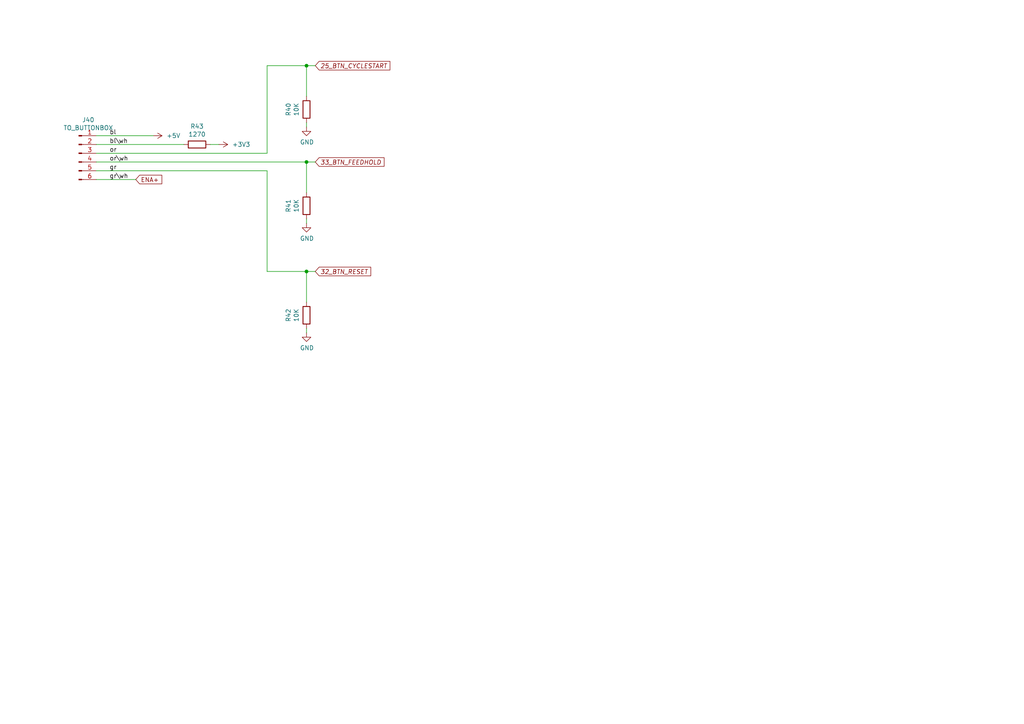
<source format=kicad_sch>
(kicad_sch (version 20211123) (generator eeschema)
  (paper "A4")
  (lib_symbols
    (symbol "Connector:Conn_01x06_Male" (pin_names (offset 1.016) hide)
      (property "Reference" "J" (at 0 7.62 0))
      (property "Value" "Conn_01x06_Male" (at 0 -10.16 0))
      (symbol "Conn_01x06_Male_1_1"
        (polyline (pts (xy 1.27 -7.62) (xy 0.8636 -7.62)) (stroke (width 0.1524)))
        (polyline (pts (xy 1.27 -5.08) (xy 0.8636 -5.08)) (stroke (width 0.1524)))
        (polyline (pts (xy 1.27 -2.54) (xy 0.8636 -2.54)) (stroke (width 0.1524)))
        (polyline (pts (xy 1.27 0) (xy 0.8636 0)) (stroke (width 0.1524)))
        (polyline (pts (xy 1.27 2.54) (xy 0.8636 2.54)) (stroke (width 0.1524)))
        (polyline (pts (xy 1.27 5.08) (xy 0.8636 5.08)) (stroke (width 0.1524)))
        (rectangle (start 0.8636 -7.493) (end 0 -7.747) (stroke (width 0.1524)) (fill (type outline)))
        (rectangle (start 0.8636 -4.953) (end 0 -5.207) (stroke (width 0.1524)) (fill (type outline)))
        (rectangle (start 0.8636 -2.413) (end 0 -2.667) (stroke (width 0.1524)) (fill (type outline)))
        (rectangle (start 0.8636 0.127) (end 0 -0.127) (stroke (width 0.1524)) (fill (type outline)))
        (rectangle (start 0.8636 2.667) (end 0 2.413) (stroke (width 0.1524)) (fill (type outline)))
        (rectangle (start 0.8636 5.207) (end 0 4.953) (stroke (width 0.1524)) (fill (type outline)))
        (pin passive line (at 5.08 5.08 180) (length 3.81) (name "Pin_1") (number "1"))
        (pin passive line (at 5.08 2.54 180) (length 3.81) (name "Pin_2") (number "2"))
        (pin passive line (at 5.08 0 180) (length 3.81) (name "Pin_3") (number "3"))
        (pin passive line (at 5.08 -2.54 180) (length 3.81) (name "Pin_4") (number "4"))
        (pin passive line (at 5.08 -5.08 180) (length 3.81) (name "Pin_5") (number "5"))
        (pin passive line (at 5.08 -7.62 180) (length 3.81) (name "Pin_6") (number "6"))
      )
    )
    (symbol "Device:R" (pin_numbers hide) (pin_names (offset 0))
      (property "Reference" "R" (at 2.032 0 90))
      (property "Value" "R" (at 0 0 90))
      (symbol "R_0_1"
        (rectangle (start -1.016 -2.54) (end 1.016 2.54) (stroke (width 0.254)))
      )
      (symbol "R_1_1"
        (pin passive line (at 0 3.81 270) (length 1.27) (name "~") (number "1"))
        (pin passive line (at 0 -3.81 90) (length 1.27) (name "~") (number "2"))
      )
    )
    (symbol "cncBord4sdo-rescue:+3.3V-power" (power) (pin_names (offset 0))
      (property "Value" "+3.3V-power" (at 0 3.556 0))
      (symbol "+3.3V-power_0_1"
        (polyline (pts (xy -0.762 1.27) (xy 0 2.54)))
        (polyline (pts (xy 0 0) (xy 0 2.54)))
        (polyline (pts (xy 0 2.54) (xy 0.762 1.27)))
      )
      (symbol "+3.3V-power_1_1"
        (pin power_in line (at 0 0 90) (length 0) hide (name "+3V3") (number "1"))
      )
    )
    (symbol "power:+5V" (power) (pin_names (offset 0))
      (property "Value" "+5V" (at 0 3.556 0))
      (symbol "+5V_0_1"
        (polyline (pts (xy -0.762 1.27) (xy 0 2.54)))
        (polyline (pts (xy 0 0) (xy 0 2.54)))
        (polyline (pts (xy 0 2.54) (xy 0.762 1.27)))
      )
      (symbol "+5V_1_1"
        (pin power_in line (at 0 0 90) (length 0) hide (name "+5V") (number "1"))
      )
    )
    (symbol "power:GND" (power) (pin_names (offset 0))
      (property "Value" "GND" (at 0 -3.81 0))
      (symbol "GND_0_1"
        (polyline (pts (xy 0 0) (xy 0 -1.27) (xy 1.27 -1.27) (xy 0 -2.54) (xy -1.27 -1.27) (xy 0 -1.27)))
      )
      (symbol "GND_1_1"
        (pin power_in line (at 0 0 270) (length 0) hide (name "GND") (number "1"))
      )
    )
  )
  (junction (at 88.9 78.74))
  (junction (at 88.9 19.05))
  (junction (at 88.9 46.99))
  (wire (pts (xy 88.9 46.99) (xy 91.44 46.99)))
  (wire (pts (xy 27.94 46.99) (xy 88.9 46.99)))
  (wire (pts (xy 88.9 55.88) (xy 88.9 46.99)))
  (wire (pts (xy 27.94 44.45) (xy 77.47 44.45)))
  (wire (pts (xy 77.47 19.05) (xy 77.47 44.45)))
  (wire (pts (xy 63.5 41.91) (xy 60.96 41.91)))
  (wire (pts (xy 27.94 52.07) (xy 39.37 52.07)))
  (wire (pts (xy 88.9 64.77) (xy 88.9 63.5)))
  (wire (pts (xy 88.9 19.05) (xy 77.47 19.05)))
  (wire (pts (xy 27.94 41.91) (xy 53.34 41.91)))
  (wire (pts (xy 77.47 49.53) (xy 77.47 78.74)))
  (wire (pts (xy 88.9 78.74) (xy 91.44 78.74)))
  (wire (pts (xy 88.9 87.63) (xy 88.9 78.74)))
  (wire (pts (xy 27.94 49.53) (xy 77.47 49.53)))
  (wire (pts (xy 88.9 19.05) (xy 91.44 19.05)))
  (wire (pts (xy 88.9 27.94) (xy 88.9 19.05)))
  (wire (pts (xy 27.94 39.37) (xy 44.45 39.37)))
  (wire (pts (xy 88.9 36.83) (xy 88.9 35.56)))
  (wire (pts (xy 77.47 78.74) (xy 88.9 78.74)))
  (wire (pts (xy 88.9 96.52) (xy 88.9 95.25)))
  (label "or\\wh" (at 31.75 46.99 0))
  (label "or" (at 31.75 44.45 0))
  (label "gr\\wh" (at 31.75 52.07 0))
  (label "gr" (at 31.75 49.53 0))
  (label "bl" (at 31.75 39.37 0))
  (label "bl\\wh" (at 31.75 41.91 0))
  (global_label "33_BTN_FEEDHOLD" (shape input) (at 91.44 46.99 0) (effects (font italic)) (property "Intersheet References" "${INTERSHEET_REFS}" (effects hide)))
  (global_label "32_BTN_RESET" (shape input) (at 91.44 78.74 0) (effects (font italic)) (property "Intersheet References" "${INTERSHEET_REFS}" (effects hide)))
  (global_label "25_BTN_CYCLESTART" (shape input) (at 91.44 19.05 0) (effects (font italic)) (property "Intersheet References" "${INTERSHEET_REFS}" (effects hide)))
  (global_label "ENA+" (shape input) (at 39.37 52.07 0) (property "Intersheet References" "${INTERSHEET_REFS}" (effects hide)))
  (symbol (lib_id "Connector:Conn_01x06_Male") (at 22.86 44.45 0) (unit 1)
    (property "Reference" "J40" (at 25.6032 34.7726 0))
    (property "Value" "TO_BUTTONBOX" (at 25.6032 37.084 0))
    (property "Footprint" "Connector_JST:JST_EH_B6B-EH-A_1x06_P2.50mm_Vertical" (effects hide))
  )
  (symbol (lib_id "cncBord4sdo-rescue:+3.3V-power") (at 63.5 41.91 270) (unit 1)
    (property "Reference" "#PWR0154" (effects hide))
    (property "Value" "+3.3V" (at 67.31 41.91 90) (effects (justify left)))
  )
  (symbol (lib_id "Device:R") (at 88.9 31.75 0) (unit 1)
    (property "Reference" "R40" (at 83.6422 31.75 90))
    (property "Value" "10K" (at 85.9536 31.75 90))
    (property "Footprint" "Resistor_THT:R_Axial_DIN0207_L6.3mm_D2.5mm_P7.62mm_Horizontal" (effects hide))
  )
  (symbol (lib_id "power:GND") (at 88.9 36.83 0) (unit 1)
    (property "Reference" "#PWR0155" (effects hide))
    (property "Value" "GND" (at 89.027 41.2242 0))
  )
  (symbol (lib_id "Device:R") (at 88.9 59.69 0) (unit 1)
    (property "Reference" "R41" (at 83.6422 59.69 90))
    (property "Value" "10K" (at 85.9536 59.69 90))
    (property "Footprint" "Resistor_THT:R_Axial_DIN0207_L6.3mm_D2.5mm_P7.62mm_Horizontal" (effects hide))
  )
  (symbol (lib_id "power:GND") (at 88.9 64.77 0) (unit 1)
    (property "Reference" "#PWR0157" (effects hide))
    (property "Value" "GND" (at 89.027 69.1642 0))
  )
  (symbol (lib_id "Device:R") (at 88.9 91.44 0) (unit 1)
    (property "Reference" "R42" (at 83.6422 91.44 90))
    (property "Value" "10K" (at 85.9536 91.44 90))
    (property "Footprint" "Resistor_THT:R_Axial_DIN0207_L6.3mm_D2.5mm_P7.62mm_Horizontal" (effects hide))
  )
  (symbol (lib_id "power:GND") (at 88.9 96.52 0) (unit 1)
    (property "Reference" "#PWR0159" (effects hide))
    (property "Value" "GND" (at 89.027 100.9142 0))
  )
  (symbol (lib_id "Device:R") (at 57.15 41.91 270) (unit 1)
    (property "Reference" "R43" (at 57.15 36.6522 90))
    (property "Value" "1270" (at 57.15 38.9636 90))
    (property "Footprint" "Resistor_THT:R_Axial_DIN0207_L6.3mm_D2.5mm_P7.62mm_Horizontal" (effects hide))
  )
  (symbol (lib_id "power:+5V") (at 44.45 39.37 270) (unit 1)
    (property "Reference" "#PWR0140" (effects hide))
    (property "Value" "+5V" (at 48.26 39.3699 90) (effects (justify left)))
  )
)
</source>
